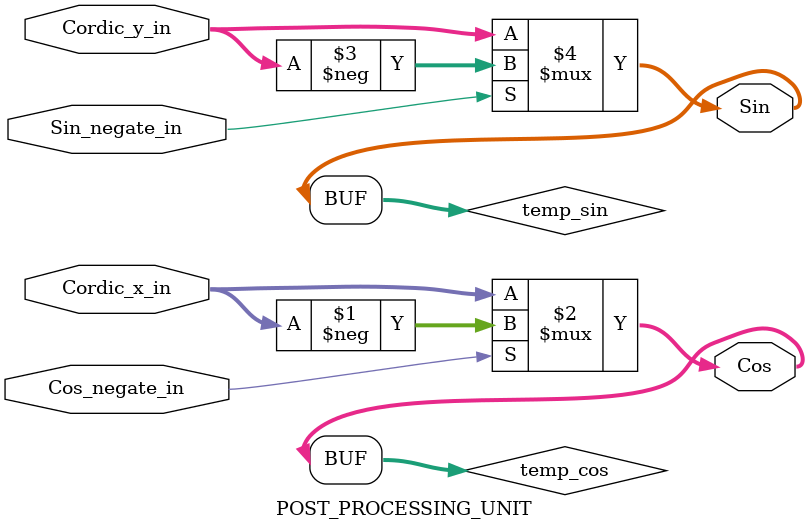
<source format=v>
module POST_PROCESSING_UNIT (
    input  wire signed [15:0] Cordic_x_in,
    input  wire signed [15:0] Cordic_y_in,
    input  wire               Cos_negate_in,
    input  wire               Sin_negate_in,
    output wire signed [15:0] Cos,
    output wire signed [15:0] Sin
);

    wire signed [15:0] temp_cos;
    wire signed [15:0] temp_sin;

    assign temp_cos = (Cos_negate_in) ? -Cordic_x_in : Cordic_x_in;
    assign temp_sin = (Sin_negate_in) ? -Cordic_y_in : Cordic_y_in;
    
    assign Cos = temp_cos;
    assign Sin = temp_sin;

endmodule
</source>
